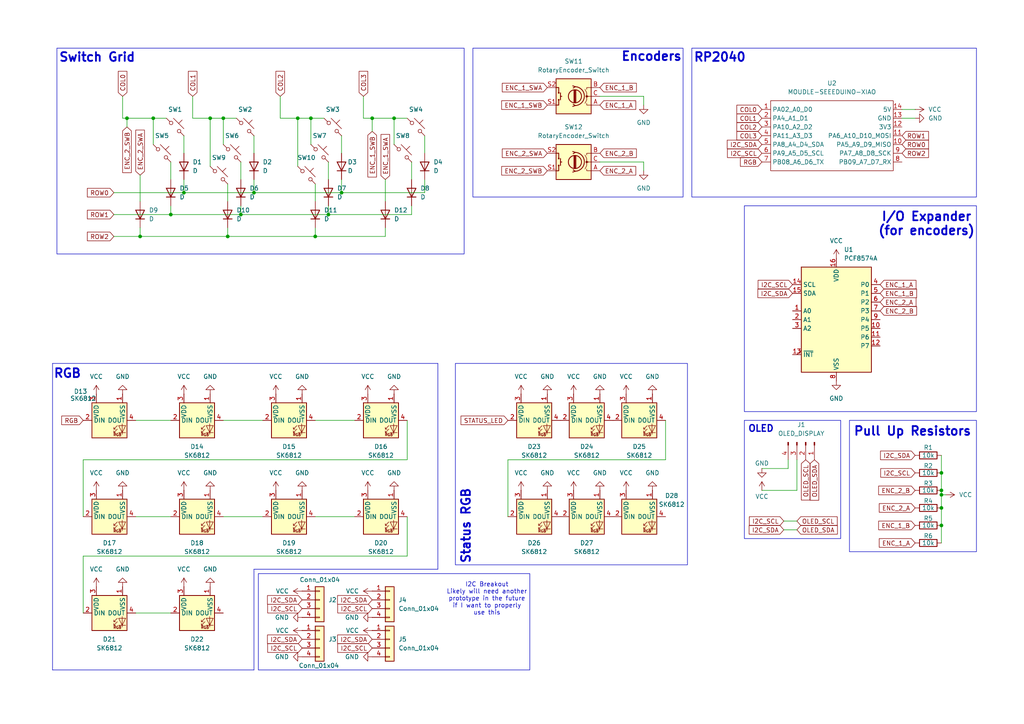
<source format=kicad_sch>
(kicad_sch (version 20231120) (generator "eeschema") (generator_version "8.0")
  (paper "A4")
  (lib_symbols
    (symbol "Connector:Conn_01x04_Pin" (pin_names (offset 1.016) hide)
      (property "Reference" "J" (at 0 5.08 0))
      (property "Value" "Conn_01x04_Pin" (at 0 -7.62 0))
      (symbol "Conn_01x04_Pin_1_1"
        (pin passive line (at 5.08 2.54 180) (length 3.81) (name "Pin_1") (number "1"))
        (pin passive line (at 5.08 0 180) (length 3.81) (name "Pin_2") (number "2"))
        (pin passive line (at 5.08 -2.54 180) (length 3.81) (name "Pin_3") (number "3"))
        (pin passive line (at 5.08 -5.08 180) (length 3.81) (name "Pin_4") (number "4"))
      )
    )
    (symbol "Connector_Generic:Conn_01x04" (pin_names (offset 1.016) hide)
      (property "Reference" "J" (at 0 5.08 0))
      (property "Value" "Conn_01x04" (at 0 -7.62 0))
      (symbol "Conn_01x04_1_1"
        (pin passive line (at -5.08 2.54 0) (length 3.81) (name "Pin_1") (number "1"))
        (pin passive line (at -5.08 0 0) (length 3.81) (name "Pin_2") (number "2"))
        (pin passive line (at -5.08 -2.54 0) (length 3.81) (name "Pin_3") (number "3"))
        (pin passive line (at -5.08 -5.08 0) (length 3.81) (name "Pin_4") (number "4"))
      )
    )
    (symbol "Device:D" (pin_numbers hide) (pin_names (offset 1.016) hide)
      (property "Reference" "D" (at 0 2.54 0))
      (property "Value" "D" (at 0 -2.54 0))
      (symbol "D_1_1"
        (pin passive line (at -3.81 0 0) (length 2.54) (name "K") (number "1"))
        (pin passive line (at 3.81 0 180) (length 2.54) (name "A") (number "2"))
      )
    )
    (symbol "Device:R" (pin_numbers hide) (pin_names (offset 0))
      (property "Reference" "R" (at 2.032 0 90))
      (property "Value" "R" (at 0 0 90))
      (symbol "R_1_1"
        (pin passive line (at 0 3.81 270) (length 1.27) (name "~") (number "1"))
        (pin passive line (at 0 -3.81 90) (length 1.27) (name "~") (number "2"))
      )
    )
    (symbol "Device:RotaryEncoder_Switch" (pin_names (offset 0.254) hide)
      (property "Reference" "SW" (at 0 6.604 0))
      (property "Value" "RotaryEncoder_Switch" (at 0 -6.604 0))
      (symbol "RotaryEncoder_Switch_1_1"
        (pin passive line (at -7.62 2.54 0) (length 2.54) (name "A") (number "A"))
        (pin passive line (at -7.62 -2.54 0) (length 2.54) (name "B") (number "B"))
        (pin passive line (at -7.62 0 0) (length 2.54) (name "C") (number "C"))
        (pin passive line (at 7.62 2.54 180) (length 2.54) (name "S1") (number "S1"))
        (pin passive line (at 7.62 -2.54 180) (length 2.54) (name "S2") (number "S2"))
      )
    )
    (symbol "Interface_Expansion:PCF8574A"
      (property "Reference" "U" (at -8.89 16.51 0))
      (property "Value" "PCF8574A" (at 2.54 16.51 0))
      (symbol "PCF8574A_1_1"
        (pin input line (at -12.7 2.54 0) (length 2.54) (name "A0") (number "1"))
        (pin bidirectional line (at 12.7 -2.54 180) (length 2.54) (name "P5") (number "10"))
        (pin bidirectional line (at 12.7 -5.08 180) (length 2.54) (name "P6") (number "11"))
        (pin bidirectional line (at 12.7 -7.62 180) (length 2.54) (name "P7") (number "12"))
        (pin open_collector output_low (at -12.7 -10.16 0) (length 2.54) (name "~{INT}") (number "13"))
        (pin input line (at -12.7 10.16 0) (length 2.54) (name "SCL") (number "14"))
        (pin bidirectional line (at -12.7 7.62 0) (length 2.54) (name "SDA") (number "15"))
        (pin power_in line (at 0 17.78 270) (length 2.54) (name "VDD") (number "16"))
        (pin input line (at -12.7 0 0) (length 2.54) (name "A1") (number "2"))
        (pin input line (at -12.7 -2.54 0) (length 2.54) (name "A2") (number "3"))
        (pin bidirectional line (at 12.7 10.16 180) (length 2.54) (name "P0") (number "4"))
        (pin bidirectional line (at 12.7 7.62 180) (length 2.54) (name "P1") (number "5"))
        (pin bidirectional line (at 12.7 5.08 180) (length 2.54) (name "P2") (number "6"))
        (pin bidirectional line (at 12.7 2.54 180) (length 2.54) (name "P3") (number "7"))
        (pin power_in line (at 0 -17.78 90) (length 2.54) (name "VSS") (number "8"))
        (pin bidirectional line (at 12.7 0 180) (length 2.54) (name "P4") (number "9"))
      )
    )
    (symbol "SK6812_CUSTOM:SK6812_Custom"
      (property "Reference" "D" (at 6.35 6.35 0))
      (symbol "SK6812_Custom_0_0"
        (text "RGB" (at 2.286 -4.191 0) (effects (font (size 0.762 0.762))))
      )
      (symbol "SK6812_Custom_1_1"
        (pin power_in line (at 3.81 7.62 270) (length 2.54) (name "VSS") (number "1"))
        (pin input line (at -7.62 0 0) (length 2.54) (name "DIN") (number "2"))
        (pin power_in line (at -3.81 7.62 270) (length 2.54) (name "VDD") (number "3"))
        (pin output line (at 7.62 0 180) (length 2.54) (name "DOUT") (number "4"))
      )
    )
    (symbol "Switch:SW_Push_45deg" (pin_numbers hide) (pin_names (offset 1.016) hide)
      (property "Reference" "SW" (at 3.048 1.016 0))
      (property "Value" "SW_Push_45deg" (at 0 -3.81 0))
      (symbol "SW_Push_45deg_0_1"
        (pin passive line (at -2.54 2.54 0) (length 0) (name "1") (number "1"))
        (pin passive line (at 2.54 -2.54 180) (length 0) (name "2") (number "2"))
      )
    )
    (symbol "XIAO_RP2040:MOUDLE-SEEEDUINO-XIAO"
      (property "Reference" "U" (at -16.51 11.43 0))
      (property "Value" "MOUDLE-SEEEDUINO-XIAO" (at -3.81 -11.43 0))
      (symbol "MOUDLE-SEEEDUINO-XIAO_1_1"
        (pin passive line (at -19.05 7.62 0) (length 2.54) (name "PA02_A0_D0") (number "1"))
        (pin passive line (at 21.59 -2.54 180) (length 2.54) (name "PA5_A9_D9_MISO") (number "10"))
        (pin passive line (at 21.59 0 180) (length 2.54) (name "PA6_A10_D10_MOSI") (number "11"))
        (pin passive line (at 21.59 2.54 180) (length 2.54) (name "3V3") (number "12"))
        (pin passive line (at 21.59 5.08 180) (length 2.54) (name "GND") (number "13"))
        (pin passive line (at 21.59 7.62 180) (length 2.54) (name "5V") (number "14"))
        (pin passive line (at -19.05 5.08 0) (length 2.54) (name "PA4_A1_D1") (number "2"))
        (pin passive line (at -19.05 2.54 0) (length 2.54) (name "PA10_A2_D2") (number "3"))
        (pin passive line (at -19.05 0 0) (length 2.54) (name "PA11_A3_D3") (number "4"))
        (pin passive line (at -19.05 -2.54 0) (length 2.54) (name "PA8_A4_D4_SDA") (number "5"))
        (pin passive line (at -19.05 -5.08 0) (length 2.54) (name "PA9_A5_D5_SCL") (number "6"))
        (pin passive line (at -19.05 -7.62 0) (length 2.54) (name "PB08_A6_D6_TX") (number "7"))
        (pin passive line (at 21.59 -7.62 180) (length 2.54) (name "PB09_A7_D7_RX") (number "8"))
        (pin passive line (at 21.59 -5.08 180) (length 2.54) (name "PA7_A8_D8_SCK") (number "9"))
      )
    )
    (symbol "power:GND" (power) (pin_numbers hide) (pin_names (offset 0) hide)
      (property "Value" "GND" (at 0 -3.81 0))
      (symbol "GND_1_1"
        (pin power_in line (at 0 0 270) (length 0) (name "~") (number "1"))
      )
    )
    (symbol "power:VCC" (power) (pin_numbers hide) (pin_names (offset 0) hide)
      (property "Value" "VCC" (at 0 3.556 0))
      (symbol "VCC_1_1"
        (pin power_in line (at 0 0 90) (length 0) (name "~") (number "1"))
      )
    )
  )
  (junction (at 64.77 34.29))
  (junction (at 86.36 34.29))
  (junction (at 114.3 34.29))
  (junction (at 273.05 143.51))
  (junction (at 90.17 34.29))
  (junction (at 69.85 62.23))
  (junction (at 99.06 55.88))
  (junction (at 73.66 55.88))
  (junction (at 273.05 142.24))
  (junction (at 107.95 34.29))
  (junction (at 53.34 55.88))
  (junction (at 273.05 152.4))
  (junction (at 40.64 68.58))
  (junction (at 60.96 34.29))
  (junction (at 36.83 34.29))
  (junction (at 66.04 68.58))
  (junction (at 91.44 68.58))
  (junction (at 95.25 62.23))
  (junction (at 273.05 137.16))
  (junction (at 44.45 34.29))
  (junction (at 273.05 147.32))
  (junction (at 49.53 62.23))
  (wire (pts (xy 91.44 68.58) (xy 111.76 68.58)))
  (wire (pts (xy 90.17 34.29) (xy 93.98 34.29)))
  (wire (pts (xy 73.66 55.88) (xy 99.06 55.88)))
  (wire (pts (xy 273.05 147.32) (xy 273.05 152.4)))
  (wire (pts (xy 53.34 55.88) (xy 73.66 55.88)))
  (wire (pts (xy 44.45 34.29) (xy 44.45 41.91)))
  (wire (pts (xy 69.85 46.99) (xy 69.85 52.07)))
  (wire (pts (xy 39.37 149.86) (xy 49.53 149.86)))
  (wire (pts (xy 53.34 52.07) (xy 53.34 55.88)))
  (wire (pts (xy 186.69 46.99) (xy 186.69 49.53)))
  (wire (pts (xy 64.77 149.86) (xy 76.2 149.86)))
  (wire (pts (xy 107.95 34.29) (xy 105.41 34.29)))
  (wire (pts (xy 49.53 59.69) (xy 49.53 62.23)))
  (wire (pts (xy 69.85 59.69) (xy 69.85 62.23)))
  (wire (pts (xy 173.99 46.99) (xy 186.69 46.99)))
  (wire (pts (xy 111.76 52.07) (xy 111.76 58.42)))
  (wire (pts (xy 261.62 34.29) (xy 265.43 34.29)))
  (wire (pts (xy 231.14 151.13) (xy 227.33 151.13)))
  (wire (pts (xy 66.04 53.34) (xy 66.04 58.42)))
  (wire (pts (xy 273.05 132.08) (xy 273.05 137.16)))
  (wire (pts (xy 111.76 66.04) (xy 111.76 68.58)))
  (wire (pts (xy 273.05 137.16) (xy 273.05 142.24)))
  (wire (pts (xy 220.98 135.89) (xy 228.6 135.89)))
  (wire (pts (xy 119.38 46.99) (xy 119.38 52.07)))
  (wire (pts (xy 228.6 135.89) (xy 228.6 133.35)))
  (polyline (pts (xy 15.24 105.41) (xy 127 105.41)))
  (wire (pts (xy 95.25 46.99) (xy 95.25 52.07)))
  (wire (pts (xy 231.14 153.67) (xy 227.33 153.67)))
  (wire (pts (xy 36.83 34.29) (xy 35.56 34.29)))
  (wire (pts (xy 261.62 31.75) (xy 265.43 31.75)))
  (wire (pts (xy 107.95 34.29) (xy 114.3 34.29)))
  (polyline (pts (xy 15.24 194.31) (xy 73.66 194.31)))
  (wire (pts (xy 40.64 68.58) (xy 40.64 66.04)))
  (wire (pts (xy 147.32 133.35) (xy 147.32 149.86)))
  (wire (pts (xy 95.25 62.23) (xy 119.38 62.23)))
  (wire (pts (xy 64.77 34.29) (xy 60.96 34.29)))
  (polyline (pts (xy 73.66 194.31) (xy 73.66 165.1)))
  (wire (pts (xy 68.58 34.29) (xy 64.77 34.29)))
  (wire (pts (xy 64.77 34.29) (xy 64.77 41.91)))
  (wire (pts (xy 220.98 142.24) (xy 231.14 142.24)))
  (wire (pts (xy 36.83 34.29) (xy 36.83 36.83)))
  (wire (pts (xy 39.37 121.92) (xy 49.53 121.92)))
  (wire (pts (xy 91.44 121.92) (xy 102.87 121.92)))
  (wire (pts (xy 114.3 34.29) (xy 114.3 41.91)))
  (wire (pts (xy 273.05 143.51) (xy 274.32 143.51)))
  (wire (pts (xy 273.05 152.4) (xy 273.05 157.48)))
  (wire (pts (xy 40.64 50.8) (xy 40.64 58.42)))
  (wire (pts (xy 90.17 34.29) (xy 90.17 41.91)))
  (wire (pts (xy 66.04 68.58) (xy 91.44 68.58)))
  (wire (pts (xy 95.25 59.69) (xy 95.25 62.23)))
  (wire (pts (xy 107.95 38.1) (xy 107.95 34.29)))
  (wire (pts (xy 49.53 46.99) (xy 49.53 52.07)))
  (wire (pts (xy 273.05 143.51) (xy 273.05 147.32)))
  (wire (pts (xy 64.77 121.92) (xy 76.2 121.92)))
  (wire (pts (xy 99.06 39.37) (xy 99.06 44.45)))
  (wire (pts (xy 55.88 34.29) (xy 60.96 34.29)))
  (wire (pts (xy 35.56 34.29) (xy 35.56 27.94)))
  (polyline (pts (xy 73.66 165.1) (xy 127 165.1)))
  (wire (pts (xy 24.13 161.29) (xy 24.13 177.8)))
  (wire (pts (xy 53.34 39.37) (xy 53.34 44.45)))
  (wire (pts (xy 73.66 52.07) (xy 73.66 55.88)))
  (wire (pts (xy 123.19 52.07) (xy 123.19 55.88)))
  (wire (pts (xy 81.28 34.29) (xy 86.36 34.29)))
  (wire (pts (xy 186.69 27.94) (xy 186.69 30.48)))
  (wire (pts (xy 105.41 34.29) (xy 105.41 27.94)))
  (wire (pts (xy 99.06 55.88) (xy 123.19 55.88)))
  (wire (pts (xy 36.83 34.29) (xy 44.45 34.29)))
  (wire (pts (xy 69.85 62.23) (xy 95.25 62.23)))
  (wire (pts (xy 39.37 177.8) (xy 49.53 177.8)))
  (wire (pts (xy 119.38 59.69) (xy 119.38 62.23)))
  (wire (pts (xy 24.13 133.35) (xy 24.13 149.86)))
  (wire (pts (xy 33.02 68.58) (xy 40.64 68.58)))
  (wire (pts (xy 273.05 142.24) (xy 273.05 143.51)))
  (wire (pts (xy 118.11 161.29) (xy 24.13 161.29)))
  (wire (pts (xy 114.3 34.29) (xy 118.11 34.29)))
  (wire (pts (xy 53.34 55.88) (xy 33.02 55.88)))
  (wire (pts (xy 118.11 121.92) (xy 118.11 133.35)))
  (wire (pts (xy 91.44 149.86) (xy 102.87 149.86)))
  (wire (pts (xy 123.19 39.37) (xy 123.19 44.45)))
  (wire (pts (xy 193.04 133.35) (xy 147.32 133.35)))
  (wire (pts (xy 99.06 52.07) (xy 99.06 55.88)))
  (wire (pts (xy 60.96 34.29) (xy 60.96 48.26)))
  (polyline (pts (xy 15.24 105.41) (xy 15.24 194.31)))
  (wire (pts (xy 81.28 34.29) (xy 81.28 27.94)))
  (wire (pts (xy 118.11 149.86) (xy 118.11 161.29)))
  (wire (pts (xy 173.99 27.94) (xy 186.69 27.94)))
  (wire (pts (xy 118.11 133.35) (xy 24.13 133.35)))
  (wire (pts (xy 86.36 34.29) (xy 86.36 48.26)))
  (wire (pts (xy 193.04 121.92) (xy 193.04 133.35)))
  (polyline (pts (xy 127 165.1) (xy 127 105.41)))
  (wire (pts (xy 40.64 68.58) (xy 66.04 68.58)))
  (wire (pts (xy 91.44 68.58) (xy 91.44 66.04)))
  (wire (pts (xy 66.04 68.58) (xy 66.04 66.04)))
  (wire (pts (xy 33.02 62.23) (xy 49.53 62.23)))
  (wire (pts (xy 49.53 62.23) (xy 69.85 62.23)))
  (wire (pts (xy 231.14 142.24) (xy 231.14 133.35)))
  (wire (pts (xy 73.66 39.37) (xy 73.66 44.45)))
  (wire (pts (xy 86.36 34.29) (xy 90.17 34.29)))
  (wire (pts (xy 91.44 53.34) (xy 91.44 58.42)))
  (wire (pts (xy 55.88 34.29) (xy 55.88 27.94)))
  (wire (pts (xy 44.45 34.29) (xy 48.26 34.29)))
  (rectangle (start 215.9 121.92) (end 243.84 156.21))
  (rectangle (start 132.08 105.41) (end 199.39 163.83))
  (rectangle (start 215.9 59.69) (end 283.21 119.38))
  (rectangle (start 16.51 13.97) (end 134.62 73.66))
  (rectangle (start 137.16 13.97) (end 198.12 57.15))
  (rectangle (start 200.66 13.97) (end 283.21 57.15))
  (rectangle (start 246.38 121.92) (end 283.21 160.02))
  (rectangle (start 74.93 166.37) (end 153.67 194.31))
  (text "RGB" (at 19.558 108.458 0) (effects (font (size 2.54 2.54) (thickness 0.508) (bold yes))))
  (text "Switch Grid" (at 28.194 16.764 0) (effects (font (size 2.54 2.54) (thickness 0.508) (bold yes))))
  (text "RP2040" (at 208.788 16.764 0) (effects (font (size 2.54 2.54) (thickness 0.508) (bold yes))))
  (text "OLED" (at 220.726 124.46 0) (effects (font (size 1.905 1.905) (thickness 0.381) (bold yes))))
  (text "I2C Breakout\nLikely will need another\nprototype in the future\nif I want to properly\nuse this" (at 141.224 173.736 0) (effects (font (size 1.27 1.27))))
  (text "Encoders" (at 188.976 16.51 0) (effects (font (size 2.54 2.54) (thickness 0.508) (bold yes))))
  (text "Status RGB" (at 135.128 152.654 90) (effects (font (size 2.54 2.54) (thickness 0.508) (bold yes))))
  (text "I/O Expander\n(for encoders)" (at 268.732 65.024 0) (effects (font (size 2.54 2.54) (thickness 0.508) (bold yes))))
  (text "Pull Up Resistors" (at 264.668 125.222 0) (effects (font (size 2.54 2.54) (thickness 0.508) (bold yes))))
  (global_label "ROW0" (shape input) (at 261.62 41.91 0) (property "Intersheetrefs" "${INTERSHEET_REFS}" (effects (hide yes))))
  (global_label "ENC_1_A" (shape input) (at 255.27 82.55 0) (property "Intersheetrefs" "${INTERSHEET_REFS}" (effects (hide yes))))
  (global_label "ROW2" (shape input) (at 33.02 68.58 180) (property "Intersheetrefs" "${INTERSHEET_REFS}" (effects (hide yes))))
  (global_label "RGB" (shape input) (at 24.13 121.92 180) (property "Intersheetrefs" "${INTERSHEET_REFS}" (effects (hide yes))))
  (global_label "COL2" (shape input) (at 220.98 36.83 180) (property "Intersheetrefs" "${INTERSHEET_REFS}" (effects (hide yes))))
  (global_label "ENC_1_SWA" (shape input) (at 158.75 25.4 180) (property "Intersheetrefs" "${INTERSHEET_REFS}" (effects (hide yes))))
  (global_label "I2C_SCL" (shape input) (at 265.43 137.16 180) (property "Intersheetrefs" "${INTERSHEET_REFS}" (effects (hide yes))))
  (global_label "ENC_2_SWB" (shape input) (at 158.75 49.53 180) (property "Intersheetrefs" "${INTERSHEET_REFS}" (effects (hide yes))))
  (global_label "OLED_SCL" (shape input) (at 233.68 133.35 270) (property "Intersheetrefs" "${INTERSHEET_REFS}" (effects (hide yes))))
  (global_label "OLED_SCL" (shape input) (at 231.14 151.13 0) (property "Intersheetrefs" "${INTERSHEET_REFS}" (effects (hide yes))))
  (global_label "I2C_SCL" (shape input) (at 229.87 82.55 180) (property "Intersheetrefs" "${INTERSHEET_REFS}" (effects (hide yes))))
  (global_label "ENC_1_SWA" (shape input) (at 111.76 52.07 90) (property "Intersheetrefs" "${INTERSHEET_REFS}" (effects (hide yes))))
  (global_label "RGB" (shape input) (at 220.98 46.99 180) (property "Intersheetrefs" "${INTERSHEET_REFS}" (effects (hide yes))))
  (global_label "I2C_SCL" (shape input) (at 220.98 44.45 180) (property "Intersheetrefs" "${INTERSHEET_REFS}" (effects (hide yes))))
  (global_label "ENC_1_B" (shape input) (at 255.27 85.09 0) (property "Intersheetrefs" "${INTERSHEET_REFS}" (effects (hide yes))))
  (global_label "ENC_2_B" (shape input) (at 255.27 90.17 0) (property "Intersheetrefs" "${INTERSHEET_REFS}" (effects (hide yes))))
  (global_label "ENC_2_B" (shape input) (at 173.99 44.45 0) (property "Intersheetrefs" "${INTERSHEET_REFS}" (effects (hide yes))))
  (global_label "I2C_SCL" (shape input) (at 87.63 187.96 180) (property "Intersheetrefs" "${INTERSHEET_REFS}" (effects (hide yes))))
  (global_label "ENC_2_B" (shape input) (at 265.43 142.24 180) (property "Intersheetrefs" "${INTERSHEET_REFS}" (effects (hide yes))))
  (global_label "I2C_SDA" (shape input) (at 265.43 132.08 180) (property "Intersheetrefs" "${INTERSHEET_REFS}" (effects (hide yes))))
  (global_label "OLED_SDA" (shape input) (at 236.22 133.35 270) (property "Intersheetrefs" "${INTERSHEET_REFS}" (effects (hide yes))))
  (global_label "I2C_SDA" (shape input) (at 229.87 85.09 180) (property "Intersheetrefs" "${INTERSHEET_REFS}" (effects (hide yes))))
  (global_label "ENC_2_A" (shape input) (at 173.99 49.53 0) (property "Intersheetrefs" "${INTERSHEET_REFS}" (effects (hide yes))))
  (global_label "ENC_2_A" (shape input) (at 255.27 87.63 0) (property "Intersheetrefs" "${INTERSHEET_REFS}" (effects (hide yes))))
  (global_label "COL3" (shape input) (at 105.41 27.94 90) (property "Intersheetrefs" "${INTERSHEET_REFS}" (effects (hide yes))))
  (global_label "ENC_1_SWB" (shape input) (at 107.95 38.1 270) (property "Intersheetrefs" "${INTERSHEET_REFS}" (effects (hide yes))))
  (global_label "COL0" (shape input) (at 220.98 31.75 180) (property "Intersheetrefs" "${INTERSHEET_REFS}" (effects (hide yes))))
  (global_label "ENC_2_A" (shape input) (at 265.43 147.32 180) (property "Intersheetrefs" "${INTERSHEET_REFS}" (effects (hide yes))))
  (global_label "I2C_SDA" (shape input) (at 107.95 173.99 180) (property "Intersheetrefs" "${INTERSHEET_REFS}" (effects (hide yes))))
  (global_label "I2C_SDA" (shape input) (at 87.63 185.42 180) (property "Intersheetrefs" "${INTERSHEET_REFS}" (effects (hide yes))))
  (global_label "COL1" (shape input) (at 220.98 34.29 180) (property "Intersheetrefs" "${INTERSHEET_REFS}" (effects (hide yes))))
  (global_label "I2C_SCL" (shape input) (at 87.63 176.53 180) (property "Intersheetrefs" "${INTERSHEET_REFS}" (effects (hide yes))))
  (global_label "I2C_SDA" (shape input) (at 220.98 41.91 180) (property "Intersheetrefs" "${INTERSHEET_REFS}" (effects (hide yes))))
  (global_label "COL1" (shape input) (at 55.88 27.94 90) (property "Intersheetrefs" "${INTERSHEET_REFS}" (effects (hide yes))))
  (global_label "ENC_1_SWB" (shape input) (at 158.75 30.48 180) (property "Intersheetrefs" "${INTERSHEET_REFS}" (effects (hide yes))))
  (global_label "ROW1" (shape input) (at 261.62 39.37 0) (property "Intersheetrefs" "${INTERSHEET_REFS}" (effects (hide yes))))
  (global_label "ENC_1_B" (shape input) (at 265.43 152.4 180) (property "Intersheetrefs" "${INTERSHEET_REFS}" (effects (hide yes))))
  (global_label "I2C_SDA" (shape input) (at 227.33 153.67 180) (property "Intersheetrefs" "${INTERSHEET_REFS}" (effects (hide yes))))
  (global_label "I2C_SDA" (shape input) (at 107.95 185.42 180) (property "Intersheetrefs" "${INTERSHEET_REFS}" (effects (hide yes))))
  (global_label "ENC_1_A" (shape input) (at 265.43 157.48 180) (property "Intersheetrefs" "${INTERSHEET_REFS}" (effects (hide yes))))
  (global_label "ROW0" (shape input) (at 33.02 55.88 180) (property "Intersheetrefs" "${INTERSHEET_REFS}" (effects (hide yes))))
  (global_label "ROW2" (shape input) (at 261.62 44.45 0) (property "Intersheetrefs" "${INTERSHEET_REFS}" (effects (hide yes))))
  (global_label "I2C_SCL" (shape input) (at 107.95 187.96 180) (property "Intersheetrefs" "${INTERSHEET_REFS}" (effects (hide yes))))
  (global_label "ENC_1_A" (shape input) (at 173.99 30.48 0) (property "Intersheetrefs" "${INTERSHEET_REFS}" (effects (hide yes))))
  (global_label "ROW1" (shape input) (at 33.02 62.23 180) (property "Intersheetrefs" "${INTERSHEET_REFS}" (effects (hide yes))))
  (global_label "ENC_2_SWB" (shape input) (at 36.83 36.83 270) (property "Intersheetrefs" "${INTERSHEET_REFS}" (effects (hide yes))))
  (global_label "I2C_SDA" (shape input) (at 87.63 173.99 180) (property "Intersheetrefs" "${INTERSHEET_REFS}" (effects (hide yes))))
  (global_label "COL0" (shape input) (at 35.56 27.94 90) (property "Intersheetrefs" "${INTERSHEET_REFS}" (effects (hide yes))))
  (global_label "COL2" (shape input) (at 81.28 27.94 90) (property "Intersheetrefs" "${INTERSHEET_REFS}" (effects (hide yes))))
  (global_label "I2C_SCL" (shape input) (at 107.95 176.53 180) (property "Intersheetrefs" "${INTERSHEET_REFS}" (effects (hide yes))))
  (global_label "COL3" (shape input) (at 220.98 39.37 180) (property "Intersheetrefs" "${INTERSHEET_REFS}" (effects (hide yes))))
  (global_label "I2C_SCL" (shape input) (at 227.33 151.13 180) (property "Intersheetrefs" "${INTERSHEET_REFS}" (effects (hide yes))))
  (global_label "ENC_2_SWA" (shape input) (at 158.75 44.45 180) (property "Intersheetrefs" "${INTERSHEET_REFS}" (effects (hide yes))))
  (global_label "ENC_2_SWA" (shape input) (at 40.64 50.8 90) (property "Intersheetrefs" "${INTERSHEET_REFS}" (effects (hide yes))))
  (global_label "OLED_SDA" (shape input) (at 231.14 153.67 0) (property "Intersheetrefs" "${INTERSHEET_REFS}" (effects (hide yes))))
  (global_label "ENC_1_B" (shape input) (at 173.99 25.4 0) (property "Intersheetrefs" "${INTERSHEET_REFS}" (effects (hide yes))))
  (global_label "STATUS_LED" (shape input) (at 147.32 121.92 180) (property "Intersheetrefs" "${INTERSHEET_REFS}" (effects (hide yes))))
  (symbol (lib_id "power:GND") (at 60.96 114.3 180) (unit 1)
    (property "Reference" "#PWR013" (effects (hide yes)))
    (property "Value" "GND" (at 60.96 109.22 0))
    (property "Description" "Power symbol creates a global label with name \"GND\" , ground" (effects (hide yes)))
  )
  (symbol (lib_id "SK6812_CUSTOM:SK6812_Custom") (at 185.42 149.86 0) (unit 1)
    (property "Reference" "D28" (at 194.818 143.764 0))
    (property "Value" "SK6812" (at 194.818 146.304 0))
    (property "Footprint" "LED_SMD:LED_SK6812_PLCC4_5.0x5.0mm_P3.2mm" (effects (hide yes)))
    (property "Datasheet" "https://cdn-shop.adafruit.com/product-files/1138/SK6812+LED+datasheet+.pdf" (effects (hide yes)))
    (property "Description" "RGB LED with integrated controller" (effects (hide yes)))
  )
  (symbol (lib_id "SK6812_CUSTOM:SK6812_Custom") (at 57.15 121.92 0) (unit 1)
    (property "Reference" "D14" (at 57.15 129.54 0))
    (property "Value" "SK6812" (at 57.15 132.08 0))
    (property "Footprint" "Components:SK6812MINI-E" (effects (hide yes)))
    (property "Datasheet" "https://cdn-shop.adafruit.com/product-files/1138/SK6812+LED+datasheet+.pdf" (effects (hide yes)))
    (property "Description" "RGB LED with integrated controller" (effects (hide yes)))
  )
  (symbol (lib_id "power:VCC") (at 274.32 143.51 270) (unit 1)
    (property "Reference" "#PWR09" (effects (hide yes)))
    (property "Value" "VCC" (at 278.13 143.5099 90) (effects (justify left)))
    (property "Description" "Power symbol creates a global label with name \"VCC\"" (effects (hide yes)))
  )
  (symbol (lib_id "Device:D") (at 119.38 55.88 90) (unit 1)
    (property "Reference" "D8" (at 121.92 54.6099 90) (effects (justify right)))
    (property "Value" "D" (at 121.92 57.1499 90) (effects (justify right)))
    (property "Footprint" "Diode_SMD:D_1206_3216Metric" (effects (hide yes)))
    (property "Description" "Diode" (effects (hide yes)))
    (property "Sim.Device" "D" (effects (hide yes)))
    (property "Sim.Pins" "1=K 2=A" (effects (hide yes)))
  )
  (symbol (lib_id "Connector_Generic:Conn_01x04") (at 92.71 185.42 0) (unit 1)
    (property "Reference" "J3" (at 95.25 185.4199 0) (effects (justify left)))
    (property "Value" "Conn_01x04" (at 86.614 193.04 0) (effects (justify left)))
    (property "Footprint" "Components:4pin" (effects (hide yes)))
    (property "Description" "Generic connector, single row, 01x04, script generated (kicad-library-utils/schlib/autogen/connector/)" (effects (hide yes)))
  )
  (symbol (lib_id "Switch:SW_Push_45deg") (at 67.31 44.45 0) (unit 1)
    (property "Reference" "SW6" (at 67.31 39.37 0))
    (property "Value" "SW_Push_45deg" (effects (hide yes)))
    (property "Footprint" "Components:MX-Solderable-1U" (effects (hide yes)))
    (property "Description" "Push button switch, normally open, two pins, 45° tilted" (effects (hide yes)))
  )
  (symbol (lib_id "Switch:SW_Push_45deg") (at 92.71 44.45 0) (unit 1)
    (property "Reference" "SW7" (at 92.71 39.37 0))
    (property "Value" "SW_Push_45deg" (effects (hide yes)))
    (property "Footprint" "Components:MX-Solderable-1U" (effects (hide yes)))
    (property "Description" "Push button switch, normally open, two pins, 45° tilted" (effects (hide yes)))
  )
  (symbol (lib_id "Device:D") (at 66.04 62.23 90) (unit 1)
    (property "Reference" "D10" (at 68.58 60.9599 90) (effects (justify right)))
    (property "Value" "D" (at 68.58 63.4999 90) (effects (justify right)))
    (property "Footprint" "Diode_SMD:D_1206_3216Metric" (effects (hide yes)))
    (property "Description" "Diode" (effects (hide yes)))
    (property "Sim.Device" "D" (effects (hide yes)))
    (property "Sim.Pins" "1=K 2=A" (effects (hide yes)))
  )
  (symbol (lib_id "XIAO_RP2040:MOUDLE-SEEEDUINO-XIAO") (at 240.03 39.37 0) (unit 1)
    (property "Reference" "U2" (at 241.3 24.13 0))
    (property "Value" "MOUDLE-SEEEDUINO-XIAO" (at 241.3 26.67 0))
    (property "Footprint" "Components:XIAO-Generic-Hybrid-14P-2.54-21X17.8MM" (effects (hide yes)))
  )
  (symbol (lib_id "power:GND") (at 107.95 190.5 270) (unit 1)
    (property "Reference" "#PWR037" (effects (hide yes)))
    (property "Value" "GND" (at 104.14 190.4999 90) (effects (justify right)))
    (property "Description" "Power symbol creates a global label with name \"GND\" , ground" (effects (hide yes)))
  )
  (symbol (lib_id "power:VCC") (at 87.63 182.88 90) (unit 1)
    (property "Reference" "#PWR032" (effects (hide yes)))
    (property "Value" "VCC" (at 83.82 182.8799 90) (effects (justify left)))
    (property "Description" "Power symbol creates a global label with name \"VCC\"" (effects (hide yes)))
  )
  (symbol (lib_id "power:GND") (at 158.75 114.3 180) (unit 1)
    (property "Reference" "#PWR039" (effects (hide yes)))
    (property "Value" "GND" (at 158.75 109.22 0))
    (property "Description" "Power symbol creates a global label with name \"GND\" , ground" (effects (hide yes)))
  )
  (symbol (lib_id "power:GND") (at 87.63 142.24 180) (unit 1)
    (property "Reference" "#PWR023" (effects (hide yes)))
    (property "Value" "GND" (at 87.63 137.16 0))
    (property "Description" "Power symbol creates a global label with name \"GND\" , ground" (effects (hide yes)))
  )
  (symbol (lib_id "power:GND") (at 242.57 110.49 0) (unit 1)
    (property "Reference" "#PWR08" (effects (hide yes)))
    (property "Value" "GND" (at 242.57 115.57 0))
    (property "Description" "Power symbol creates a global label with name \"GND\" , ground" (effects (hide yes)))
  )
  (symbol (lib_id "power:GND") (at 158.75 142.24 180) (unit 1)
    (property "Reference" "#PWR045" (effects (hide yes)))
    (property "Value" "GND" (at 158.75 137.16 0))
    (property "Description" "Power symbol creates a global label with name \"GND\" , ground" (effects (hide yes)))
  )
  (symbol (lib_id "power:GND") (at 35.56 142.24 180) (unit 1)
    (property "Reference" "#PWR019" (effects (hide yes)))
    (property "Value" "GND" (at 35.56 137.16 0))
    (property "Description" "Power symbol creates a global label with name \"GND\" , ground" (effects (hide yes)))
  )
  (symbol (lib_id "power:GND") (at 186.69 30.48 0) (unit 1)
    (property "Reference" "#PWR02" (effects (hide yes)))
    (property "Value" "GND" (at 186.69 35.56 0))
    (property "Description" "Power symbol creates a global label with name \"GND\" , ground" (effects (hide yes)))
  )
  (symbol (lib_id "power:GND") (at 186.69 49.53 0) (unit 1)
    (property "Reference" "#PWR03" (effects (hide yes)))
    (property "Value" "GND" (at 186.69 54.61 0))
    (property "Description" "Power symbol creates a global label with name \"GND\" , ground" (effects (hide yes)))
  )
  (symbol (lib_id "power:VCC") (at 53.34 170.18 0) (unit 1)
    (property "Reference" "#PWR028" (effects (hide yes)))
    (property "Value" "VCC" (at 53.34 165.1 0))
    (property "Description" "Power symbol creates a global label with name \"VCC\"" (effects (hide yes)))
  )
  (symbol (lib_id "power:VCC") (at 265.43 31.75 270) (unit 1)
    (property "Reference" "#PWR06" (effects (hide yes)))
    (property "Value" "VCC" (at 269.24 31.7499 90) (effects (justify left)))
    (property "Description" "Power symbol creates a global label with name \"VCC\"" (effects (hide yes)))
  )
  (symbol (lib_id "power:GND") (at 173.99 142.24 180) (unit 1)
    (property "Reference" "#PWR047" (effects (hide yes)))
    (property "Value" "GND" (at 173.99 137.16 0))
    (property "Description" "Power symbol creates a global label with name \"GND\" , ground" (effects (hide yes)))
  )
  (symbol (lib_id "power:VCC") (at 80.01 142.24 0) (unit 1)
    (property "Reference" "#PWR022" (effects (hide yes)))
    (property "Value" "VCC" (at 80.01 137.16 0))
    (property "Description" "Power symbol creates a global label with name \"VCC\"" (effects (hide yes)))
  )
  (symbol (lib_id "Connector_Generic:Conn_01x04") (at 92.71 173.99 0) (unit 1)
    (property "Reference" "J2" (at 95.25 173.9899 0) (effects (justify left)))
    (property "Value" "Conn_01x04" (at 86.868 168.148 0) (effects (justify left)))
    (property "Footprint" "Components:4pin" (effects (hide yes)))
    (property "Description" "Generic connector, single row, 01x04, script generated (kicad-library-utils/schlib/autogen/connector/)" (effects (hide yes)))
  )
  (symbol (lib_id "SK6812_CUSTOM:SK6812_Custom") (at 57.15 149.86 0) (unit 1)
    (property "Reference" "D18" (at 57.15 157.48 0))
    (property "Value" "SK6812" (at 57.15 160.02 0))
    (property "Footprint" "Components:SK6812MINI-E" (effects (hide yes)))
    (property "Datasheet" "https://cdn-shop.adafruit.com/product-files/1138/SK6812+LED+datasheet+.pdf" (effects (hide yes)))
    (property "Description" "RGB LED with integrated controller" (effects (hide yes)))
  )
  (symbol (lib_id "power:VCC") (at 27.94 170.18 0) (unit 1)
    (property "Reference" "#PWR026" (effects (hide yes)))
    (property "Value" "VCC" (at 27.94 165.1 0))
    (property "Description" "Power symbol creates a global label with name \"VCC\"" (effects (hide yes)))
  )
  (symbol (lib_id "Device:D") (at 69.85 55.88 90) (unit 1)
    (property "Reference" "D6" (at 72.39 54.6099 90) (effects (justify right)))
    (property "Value" "D" (at 72.39 57.1499 90) (effects (justify right)))
    (property "Footprint" "Diode_SMD:D_1206_3216Metric" (effects (hide yes)))
    (property "Description" "Diode" (effects (hide yes)))
    (property "Sim.Device" "D" (effects (hide yes)))
    (property "Sim.Pins" "1=K 2=A" (effects (hide yes)))
  )
  (symbol (lib_id "power:VCC") (at 53.34 142.24 0) (unit 1)
    (property "Reference" "#PWR020" (effects (hide yes)))
    (property "Value" "VCC" (at 53.34 137.16 0))
    (property "Description" "Power symbol creates a global label with name \"VCC\"" (effects (hide yes)))
  )
  (symbol (lib_id "power:VCC") (at 80.01 114.3 0) (unit 1)
    (property "Reference" "#PWR014" (effects (hide yes)))
    (property "Value" "VCC" (at 80.01 109.22 0))
    (property "Description" "Power symbol creates a global label with name \"VCC\"" (effects (hide yes)))
  )
  (symbol (lib_id "SK6812_CUSTOM:SK6812_Custom") (at 31.75 177.8 0) (unit 1)
    (property "Reference" "D21" (at 31.75 185.42 0))
    (property "Value" "SK6812" (at 31.75 187.96 0))
    (property "Footprint" "Components:SK6812MINI-E" (effects (hide yes)))
    (property "Datasheet" "https://cdn-shop.adafruit.com/product-files/1138/SK6812+LED+datasheet+.pdf" (effects (hide yes)))
    (property "Description" "RGB LED with integrated controller" (effects (hide yes)))
  )
  (symbol (lib_id "Device:R") (at 269.24 137.16 90) (unit 1)
    (property "Reference" "R2" (at 269.24 135.128 90))
    (property "Value" "10k" (at 269.24 137.16 90))
    (property "Footprint" "Resistor_SMD:R_1206_3216Metric" (effects (hide yes)))
    (property "Description" "Resistor" (effects (hide yes)))
  )
  (symbol (lib_id "power:GND") (at 35.56 170.18 180) (unit 1)
    (property "Reference" "#PWR027" (effects (hide yes)))
    (property "Value" "GND" (at 35.56 165.1 0))
    (property "Description" "Power symbol creates a global label with name \"GND\" , ground" (effects (hide yes)))
  )
  (symbol (lib_id "power:GND") (at 114.3 142.24 180) (unit 1)
    (property "Reference" "#PWR025" (effects (hide yes)))
    (property "Value" "GND" (at 114.3 137.16 0))
    (property "Description" "Power symbol creates a global label with name \"GND\" , ground" (effects (hide yes)))
  )
  (symbol (lib_id "Switch:SW_Push_45deg") (at 120.65 36.83 0) (unit 1)
    (property "Reference" "SW4" (at 120.65 31.75 0))
    (property "Value" "SW_Push_45deg" (effects (hide yes)))
    (property "Footprint" "Components:MX-Solderable-1U" (effects (hide yes)))
    (property "Description" "Push button switch, normally open, two pins, 45° tilted" (effects (hide yes)))
  )
  (symbol (lib_id "SK6812_CUSTOM:SK6812_Custom") (at 170.18 149.86 0) (unit 1)
    (property "Reference" "D27" (at 170.18 157.48 0))
    (property "Value" "SK6812" (at 170.18 160.02 0))
    (property "Footprint" "LED_SMD:LED_SK6812_PLCC4_5.0x5.0mm_P3.2mm" (effects (hide yes)))
    (property "Datasheet" "https://cdn-shop.adafruit.com/product-files/1138/SK6812+LED+datasheet+.pdf" (effects (hide yes)))
    (property "Description" "RGB LED with integrated controller" (effects (hide yes)))
  )
  (symbol (lib_id "Switch:SW_Push_45deg") (at 96.52 36.83 0) (unit 1)
    (property "Reference" "SW3" (at 96.52 31.75 0))
    (property "Value" "SW_Push_45deg" (effects (hide yes)))
    (property "Footprint" "Components:MX-Solderable-1U" (effects (hide yes)))
    (property "Description" "Push button switch, normally open, two pins, 45° tilted" (effects (hide yes)))
  )
  (symbol (lib_id "Device:D") (at 91.44 62.23 90) (unit 1)
    (property "Reference" "D11" (at 93.98 60.9599 90) (effects (justify right)))
    (property "Value" "D" (at 93.98 63.4999 90) (effects (justify right)))
    (property "Footprint" "Diode_SMD:D_1206_3216Metric" (effects (hide yes)))
    (property "Description" "Diode" (effects (hide yes)))
    (property "Sim.Device" "D" (effects (hide yes)))
    (property "Sim.Pins" "1=K 2=A" (effects (hide yes)))
  )
  (symbol (lib_id "power:GND") (at 173.99 114.3 180) (unit 1)
    (property "Reference" "#PWR041" (effects (hide yes)))
    (property "Value" "GND" (at 173.99 109.22 0))
    (property "Description" "Power symbol creates a global label with name \"GND\" , ground" (effects (hide yes)))
  )
  (symbol (lib_id "power:VCC") (at 107.95 182.88 90) (unit 1)
    (property "Reference" "#PWR036" (effects (hide yes)))
    (property "Value" "VCC" (at 104.14 182.8799 90) (effects (justify left)))
    (property "Description" "Power symbol creates a global label with name \"VCC\"" (effects (hide yes)))
  )
  (symbol (lib_id "Device:RotaryEncoder_Switch") (at 166.37 27.94 180) (unit 1)
    (property "Reference" "SW11" (at 166.37 17.78 0))
    (property "Value" "RotaryEncoder_Switch" (at 166.37 20.32 0))
    (property "Footprint" "Components:encoder" (effects (hide yes)))
    (property "Description" "Rotary encoder, dual channel, incremental quadrate outputs, with switch" (effects (hide yes)))
  )
  (symbol (lib_id "SK6812_CUSTOM:SK6812_Custom") (at 57.15 177.8 0) (unit 1)
    (property "Reference" "D22" (at 57.15 185.42 0))
    (property "Value" "SK6812" (at 57.15 187.96 0))
    (property "Footprint" "Components:SK6812MINI-E" (effects (hide yes)))
    (property "Datasheet" "https://cdn-shop.adafruit.com/product-files/1138/SK6812+LED+datasheet+.pdf" (effects (hide yes)))
    (property "Description" "RGB LED with integrated controller" (effects (hide yes)))
  )
  (symbol (lib_id "Device:R") (at 269.24 152.4 90) (unit 1)
    (property "Reference" "R5" (at 269.24 150.368 90))
    (property "Value" "10k" (at 269.24 152.4 90))
    (property "Footprint" "Resistor_SMD:R_1206_3216Metric" (effects (hide yes)))
    (property "Description" "Resistor" (effects (hide yes)))
  )
  (symbol (lib_id "power:GND") (at 107.95 179.07 270) (unit 1)
    (property "Reference" "#PWR035" (effects (hide yes)))
    (property "Value" "GND" (at 104.14 179.0699 90) (effects (justify right)))
    (property "Description" "Power symbol creates a global label with name \"GND\" , ground" (effects (hide yes)))
  )
  (symbol (lib_id "Device:D") (at 53.34 48.26 90) (unit 1)
    (property "Reference" "D1" (at 55.88 46.9899 90) (effects (justify right)))
    (property "Value" "D" (at 55.88 49.5299 90) (effects (justify right)))
    (property "Footprint" "Diode_SMD:D_1206_3216Metric" (effects (hide yes)))
    (property "Description" "Diode" (effects (hide yes)))
    (property "Sim.Device" "D" (effects (hide yes)))
    (property "Sim.Pins" "1=K 2=A" (effects (hide yes)))
  )
  (symbol (lib_id "power:GND") (at 87.63 179.07 270) (unit 1)
    (property "Reference" "#PWR031" (effects (hide yes)))
    (property "Value" "GND" (at 83.82 179.0699 90) (effects (justify right)))
    (property "Description" "Power symbol creates a global label with name \"GND\" , ground" (effects (hide yes)))
  )
  (symbol (lib_id "power:VCC") (at 220.98 142.24 0) (unit 1)
    (property "Reference" "#PWR05" (effects (hide yes)))
    (property "Value" "VCC" (at 220.98 144.018 0))
    (property "Description" "Power symbol creates a global label with name \"VCC\"" (effects (hide yes)))
  )
  (symbol (lib_id "Switch:SW_Push_45deg") (at 71.12 36.83 0) (unit 1)
    (property "Reference" "SW2" (at 71.12 31.75 0))
    (property "Value" "SW_Push_45deg" (effects (hide yes)))
    (property "Footprint" "Components:MX-Solderable-1U" (effects (hide yes)))
    (property "Description" "Push button switch, normally open, two pins, 45° tilted" (effects (hide yes)))
  )
  (symbol (lib_id "SK6812_CUSTOM:SK6812_Custom") (at 83.82 149.86 0) (unit 1)
    (property "Reference" "D19" (at 83.82 157.48 0))
    (property "Value" "SK6812" (at 83.82 160.02 0))
    (property "Footprint" "Components:SK6812MINI-E" (effects (hide yes)))
    (property "Datasheet" "https://cdn-shop.adafruit.com/product-files/1138/SK6812+LED+datasheet+.pdf" (effects (hide yes)))
    (property "Description" "RGB LED with integrated controller" (effects (hide yes)))
  )
  (symbol (lib_id "power:VCC") (at 151.13 142.24 0) (unit 1)
    (property "Reference" "#PWR044" (effects (hide yes)))
    (property "Value" "VCC" (at 151.13 137.16 0))
    (property "Description" "Power symbol creates a global label with name \"VCC\"" (effects (hide yes)))
  )
  (symbol (lib_id "Device:D") (at 73.66 48.26 90) (unit 1)
    (property "Reference" "D2" (at 76.2 46.9899 90) (effects (justify right)))
    (property "Value" "D" (at 76.2 49.5299 90) (effects (justify right)))
    (property "Footprint" "Diode_SMD:D_1206_3216Metric" (effects (hide yes)))
    (property "Description" "Diode" (effects (hide yes)))
    (property "Sim.Device" "D" (effects (hide yes)))
    (property "Sim.Pins" "1=K 2=A" (effects (hide yes)))
  )
  (symbol (lib_id "power:VCC") (at 242.57 74.93 0) (unit 1)
    (property "Reference" "#PWR07" (effects (hide yes)))
    (property "Value" "VCC" (at 242.57 69.85 0))
    (property "Description" "Power symbol creates a global label with name \"VCC\"" (effects (hide yes)))
  )
  (symbol (lib_id "power:VCC") (at 151.13 114.3 0) (unit 1)
    (property "Reference" "#PWR038" (effects (hide yes)))
    (property "Value" "VCC" (at 151.13 109.22 0))
    (property "Description" "Power symbol creates a global label with name \"VCC\"" (effects (hide yes)))
  )
  (symbol (lib_id "power:GND") (at 60.96 170.18 180) (unit 1)
    (property "Reference" "#PWR029" (effects (hide yes)))
    (property "Value" "GND" (at 60.96 165.1 0))
    (property "Description" "Power symbol creates a global label with name \"GND\" , ground" (effects (hide yes)))
  )
  (symbol (lib_id "Device:RotaryEncoder_Switch") (at 166.37 46.99 180) (unit 1)
    (property "Reference" "SW12" (at 166.37 36.83 0))
    (property "Value" "RotaryEncoder_Switch" (at 166.37 39.37 0))
    (property "Footprint" "Components:encoder" (effects (hide yes)))
    (property "Description" "Rotary encoder, dual channel, incremental quadrate outputs, with switch" (effects (hide yes)))
  )
  (symbol (lib_id "power:GND") (at 265.43 34.29 90) (unit 1)
    (property "Reference" "#PWR01" (effects (hide yes)))
    (property "Value" "GND" (at 269.24 34.2899 90) (effects (justify right)))
    (property "Description" "Power symbol creates a global label with name \"GND\" , ground" (effects (hide yes)))
  )
  (symbol (lib_id "power:VCC") (at 107.95 171.45 90) (unit 1)
    (property "Reference" "#PWR034" (effects (hide yes)))
    (property "Value" "VCC" (at 104.14 171.4499 90) (effects (justify left)))
    (property "Description" "Power symbol creates a global label with name \"VCC\"" (effects (hide yes)))
  )
  (symbol (lib_id "SK6812_CUSTOM:SK6812_Custom") (at 154.94 149.86 0) (unit 1)
    (property "Reference" "D26" (at 154.94 157.48 0))
    (property "Value" "SK6812" (at 154.94 160.02 0))
    (property "Footprint" "LED_SMD:LED_SK6812_PLCC4_5.0x5.0mm_P3.2mm" (effects (hide yes)))
    (property "Datasheet" "https://cdn-shop.adafruit.com/product-files/1138/SK6812+LED+datasheet+.pdf" (effects (hide yes)))
    (property "Description" "RGB LED with integrated controller" (effects (hide yes)))
  )
  (symbol (lib_id "Device:R") (at 269.24 142.24 90) (unit 1)
    (property "Reference" "R3" (at 269.24 140.208 90))
    (property "Value" "10k" (at 269.24 142.24 90))
    (property "Footprint" "Resistor_SMD:R_1206_3216Metric" (effects (hide yes)))
    (property "Description" "Resistor" (effects (hide yes)))
  )
  (symbol (lib_id "SK6812_CUSTOM:SK6812_Custom") (at 110.49 121.92 0) (unit 1)
    (property "Reference" "D16" (at 110.49 129.54 0))
    (property "Value" "SK6812" (at 110.49 132.08 0))
    (property "Footprint" "Components:SK6812MINI-E" (effects (hide yes)))
    (property "Datasheet" "https://cdn-shop.adafruit.com/product-files/1138/SK6812+LED+datasheet+.pdf" (effects (hide yes)))
    (property "Description" "RGB LED with integrated controller" (effects (hide yes)))
  )
  (symbol (lib_id "power:GND") (at 189.23 114.3 180) (unit 1)
    (property "Reference" "#PWR043" (effects (hide yes)))
    (property "Value" "GND" (at 189.23 109.22 0))
    (property "Description" "Power symbol creates a global label with name \"GND\" , ground" (effects (hide yes)))
  )
  (symbol (lib_id "Device:R") (at 269.24 132.08 90) (unit 1)
    (property "Reference" "R1" (at 269.24 129.794 90))
    (property "Value" "10k" (at 269.24 132.08 90))
    (property "Footprint" "Resistor_SMD:R_1206_3216Metric" (effects (hide yes)))
    (property "Description" "Resistor" (effects (hide yes)))
  )
  (symbol (lib_id "power:VCC") (at 106.68 142.24 0) (unit 1)
    (property "Reference" "#PWR024" (effects (hide yes)))
    (property "Value" "VCC" (at 106.68 137.16 0))
    (property "Description" "Power symbol creates a global label with name \"VCC\"" (effects (hide yes)))
  )
  (symbol (lib_id "power:VCC") (at 166.37 142.24 0) (unit 1)
    (property "Reference" "#PWR046" (effects (hide yes)))
    (property "Value" "VCC" (at 166.37 137.16 0))
    (property "Description" "Power symbol creates a global label with name \"VCC\"" (effects (hide yes)))
  )
  (symbol (lib_id "power:VCC") (at 106.68 114.3 0) (unit 1)
    (property "Reference" "#PWR016" (effects (hide yes)))
    (property "Value" "VCC" (at 106.68 109.22 0))
    (property "Description" "Power symbol creates a global label with name \"VCC\"" (effects (hide yes)))
  )
  (symbol (lib_id "power:GND") (at 114.3 114.3 180) (unit 1)
    (property "Reference" "#PWR017" (effects (hide yes)))
    (property "Value" "GND" (at 114.3 109.22 0))
    (property "Description" "Power symbol creates a global label with name \"GND\" , ground" (effects (hide yes)))
  )
  (symbol (lib_id "Switch:SW_Push_45deg") (at 116.84 44.45 0) (unit 1)
    (property "Reference" "SW8" (at 116.84 39.37 0))
    (property "Value" "SW_Push_45deg" (effects (hide yes)))
    (property "Footprint" "Components:MX-Solderable-1U" (effects (hide yes)))
    (property "Description" "Push button switch, normally open, two pins, 45° tilted" (effects (hide yes)))
  )
  (symbol (lib_id "Switch:SW_Push_45deg") (at 50.8 36.83 0) (unit 1)
    (property "Reference" "SW1" (at 50.8 31.75 0))
    (property "Value" "SW_Push_45deg" (effects (hide yes)))
    (property "Footprint" "Components:MX-Solderable-1U" (effects (hide yes)))
    (property "Description" "Push button switch, normally open, two pins, 45° tilted" (effects (hide yes)))
  )
  (symbol (lib_id "Device:D") (at 123.19 48.26 90) (unit 1)
    (property "Reference" "D4" (at 125.73 46.9899 90) (effects (justify right)))
    (property "Value" "D" (at 125.73 49.5299 90) (effects (justify right)))
    (property "Footprint" "Diode_SMD:D_1206_3216Metric" (effects (hide yes)))
    (property "Description" "Diode" (effects (hide yes)))
    (property "Sim.Device" "D" (effects (hide yes)))
    (property "Sim.Pins" "1=K 2=A" (effects (hide yes)))
  )
  (symbol (lib_id "Device:D") (at 95.25 55.88 90) (unit 1)
    (property "Reference" "D7" (at 97.79 54.6099 90) (effects (justify right)))
    (property "Value" "D" (at 97.79 57.1499 90) (effects (justify right)))
    (property "Footprint" "Diode_SMD:D_1206_3216Metric" (effects (hide yes)))
    (property "Description" "Diode" (effects (hide yes)))
    (property "Sim.Device" "D" (effects (hide yes)))
    (property "Sim.Pins" "1=K 2=A" (effects (hide yes)))
  )
  (symbol (lib_id "power:VCC") (at 27.94 114.3 0) (unit 1)
    (property "Reference" "#PWR010" (effects (hide yes)))
    (property "Value" "VCC" (at 27.94 109.22 0))
    (property "Description" "Power symbol creates a global label with name \"VCC\"" (effects (hide yes)))
  )
  (symbol (lib_id "power:VCC") (at 166.37 114.3 0) (unit 1)
    (property "Reference" "#PWR040" (effects (hide yes)))
    (property "Value" "VCC" (at 166.37 109.22 0))
    (property "Description" "Power symbol creates a global label with name \"VCC\"" (effects (hide yes)))
  )
  (symbol (lib_id "SK6812_CUSTOM:SK6812_Custom") (at 185.42 121.92 0) (unit 1)
    (property "Reference" "D25" (at 185.42 129.54 0))
    (property "Value" "SK6812" (at 185.42 132.08 0))
    (property "Footprint" "LED_SMD:LED_SK6812_PLCC4_5.0x5.0mm_P3.2mm" (effects (hide yes)))
    (property "Datasheet" "https://cdn-shop.adafruit.com/product-files/1138/SK6812+LED+datasheet+.pdf" (effects (hide yes)))
    (property "Description" "RGB LED with integrated controller" (effects (hide yes)))
  )
  (symbol (lib_id "Connector_Generic:Conn_01x04") (at 113.03 185.42 0) (unit 1)
    (property "Reference" "J5" (at 115.57 185.4199 0) (effects (justify left)))
    (property "Value" "Conn_01x04" (at 115.57 187.9599 0) (effects (justify left)))
    (property "Footprint" "Components:4pin" (effects (hide yes)))
    (property "Description" "Generic connector, single row, 01x04, script generated (kicad-library-utils/schlib/autogen/connector/)" (effects (hide yes)))
  )
  (symbol (lib_id "power:VCC") (at 181.61 142.24 0) (unit 1)
    (property "Reference" "#PWR048" (effects (hide yes)))
    (property "Value" "VCC" (at 181.61 137.16 0))
    (property "Description" "Power symbol creates a global label with name \"VCC\"" (effects (hide yes)))
  )
  (symbol (lib_id "power:GND") (at 60.96 142.24 180) (unit 1)
    (property "Reference" "#PWR021" (effects (hide yes)))
    (property "Value" "GND" (at 60.96 137.16 0))
    (property "Description" "Power symbol creates a global label with name \"GND\" , ground" (effects (hide yes)))
  )
  (symbol (lib_id "Switch:SW_Push_45deg") (at 63.5 50.8 0) (unit 1)
    (property "Reference" "SW9" (at 63.5 45.72 0))
    (property "Value" "SW_Push_45deg" (effects (hide yes)))
    (property "Footprint" "Components:MX-Solderable-1U" (effects (hide yes)))
    (property "Description" "Push button switch, normally open, two pins, 45° tilted" (effects (hide yes)))
  )
  (symbol (lib_id "Connector_Generic:Conn_01x04") (at 113.03 173.99 0) (unit 1)
    (property "Reference" "J4" (at 115.57 173.9899 0) (effects (justify left)))
    (property "Value" "Conn_01x04" (at 115.57 176.5299 0) (effects (justify left)))
    (property "Footprint" "Components:4pin" (effects (hide yes)))
    (property "Description" "Generic connector, single row, 01x04, script generated (kicad-library-utils/schlib/autogen/connector/)" (effects (hide yes)))
  )
  (symbol (lib_id "SK6812_CUSTOM:SK6812_Custom") (at 170.18 121.92 0) (unit 1)
    (property "Reference" "D24" (at 170.18 129.54 0))
    (property "Value" "SK6812" (at 170.18 132.08 0))
    (property "Footprint" "LED_SMD:LED_SK6812_PLCC4_5.0x5.0mm_P3.2mm" (effects (hide yes)))
    (property "Datasheet" "https://cdn-shop.adafruit.com/product-files/1138/SK6812+LED+datasheet+.pdf" (effects (hide yes)))
    (property "Description" "RGB LED with integrated controller" (effects (hide yes)))
  )
  (symbol (lib_id "Switch:SW_Push_45deg") (at 46.99 44.45 0) (unit 1)
    (property "Reference" "SW5" (at 46.99 39.37 0))
    (property "Value" "SW_Push_45deg" (effects (hide yes)))
    (property "Footprint" "Components:MX-Solderable-1U" (effects (hide yes)))
    (property "Description" "Push button switch, normally open, two pins, 45° tilted" (effects (hide yes)))
  )
  (symbol (lib_id "Connector:Conn_01x04_Pin") (at 233.68 128.27 270) (unit 1)
    (property "Reference" "J1" (at 232.41 123.19 90))
    (property "Value" "OLED_DISPLAY" (at 232.41 125.73 90))
    (property "Footprint" "Components:SSD1306-0.91-OLED-4pin-128x32" (effects (hide yes)))
    (property "Description" "Generic connector, single row, 01x04, script generated" (effects (hide yes)))
  )
  (symbol (lib_id "Device:R") (at 269.24 147.32 90) (unit 1)
    (property "Reference" "R4" (at 269.24 145.288 90))
    (property "Value" "10k" (at 269.24 147.32 90))
    (property "Footprint" "Resistor_SMD:R_1206_3216Metric" (effects (hide yes)))
    (property "Description" "Resistor" (effects (hide yes)))
  )
  (symbol (lib_id "power:GND") (at 87.63 114.3 180) (unit 1)
    (property "Reference" "#PWR015" (effects (hide yes)))
    (property "Value" "GND" (at 87.63 109.22 0))
    (property "Description" "Power symbol creates a global label with name \"GND\" , ground" (effects (hide yes)))
  )
  (symbol (lib_id "SK6812_CUSTOM:SK6812_Custom") (at 31.75 149.86 0) (unit 1)
    (property "Reference" "D17" (at 31.75 157.48 0))
    (property "Value" "SK6812" (at 31.75 160.02 0))
    (property "Footprint" "Components:SK6812MINI-E" (effects (hide yes)))
    (property "Datasheet" "https://cdn-shop.adafruit.com/product-files/1138/SK6812+LED+datasheet+.pdf" (effects (hide yes)))
    (property "Description" "RGB LED with integrated controller" (effects (hide yes)))
  )
  (symbol (lib_id "Switch:SW_Push_45deg") (at 88.9 50.8 0) (unit 1)
    (property "Reference" "SW10" (at 88.9 45.72 0))
    (property "Value" "SW_Push_45deg" (effects (hide yes)))
    (property "Footprint" "Components:MX-Solderable-1U" (effects (hide yes)))
    (property "Description" "Push button switch, normally open, two pins, 45° tilted" (effects (hide yes)))
  )
  (symbol (lib_id "Interface_Expansion:PCF8574A") (at 242.57 92.71 0) (unit 1)
    (property "Reference" "U1" (at 244.7641 72.39 0) (effects (justify left)))
    (property "Value" "PCF8574A" (at 244.7641 74.93 0) (effects (justify left)))
    (property "Footprint" "Components:SOIC127P1032X265-16N" (effects (hide yes)))
    (property "Datasheet" "http://www.nxp.com/docs/en/data-sheet/PCF8574_PCF8574A.pdf" (effects (hide yes)))
    (property "Description" "8 Bit Port/Expander to I2C Bus, DIP/SOIC-16" (effects (hide yes)))
  )
  (symbol (lib_id "power:VCC") (at 181.61 114.3 0) (unit 1)
    (property "Reference" "#PWR042" (effects (hide yes)))
    (property "Value" "VCC" (at 181.61 109.22 0))
    (property "Description" "Power symbol creates a global label with name \"VCC\"" (effects (hide yes)))
  )
  (symbol (lib_id "SK6812_CUSTOM:SK6812_Custom") (at 31.75 121.92 0) (unit 1)
    (property "Reference" "D13" (at 23.368 113.538 0))
    (property "Value" "SK6812" (at 24.13 115.57 0))
    (property "Footprint" "Components:SK6812MINI-E" (effects (hide yes)))
    (property "Datasheet" "https://cdn-shop.adafruit.com/product-files/1138/SK6812+LED+datasheet+.pdf" (effects (hide yes)))
    (property "Description" "RGB LED with integrated controller" (effects (hide yes)))
  )
  (symbol (lib_id "power:GND") (at 220.98 135.89 0) (unit 1)
    (property "Reference" "#PWR04" (effects (hide yes)))
    (property "Value" "GND" (at 220.98 134.366 0))
    (property "Description" "Power symbol creates a global label with name \"GND\" , ground" (effects (hide yes)))
  )
  (symbol (lib_id "Device:D") (at 40.64 62.23 90) (unit 1)
    (property "Reference" "D9" (at 43.18 60.9599 90) (effects (justify right)))
    (property "Value" "D" (at 43.18 63.4999 90) (effects (justify right)))
    (property "Footprint" "Diode_SMD:D_1206_3216Metric" (effects (hide yes)))
    (property "Description" "Diode" (effects (hide yes)))
    (property "Sim.Device" "D" (effects (hide yes)))
    (property "Sim.Pins" "1=K 2=A" (effects (hide yes)))
  )
  (symbol (lib_id "SK6812_CUSTOM:SK6812_Custom") (at 83.82 121.92 0) (unit 1)
    (property "Reference" "D15" (at 83.82 129.54 0))
    (property "Value" "SK6812" (at 83.82 132.08 0))
    (property "Footprint" "Components:SK6812MINI-E" (effects (hide yes)))
    (property "Datasheet" "https://cdn-shop.adafruit.com/product-files/1138/SK6812+LED+datasheet+.pdf" (effects (hide yes)))
    (property "Description" "RGB LED with integrated controller" (effects (hide yes)))
  )
  (symbol (lib_id "Device:D") (at 49.53 55.88 90) (unit 1)
    (property "Reference" "D5" (at 52.07 54.6099 90) (effects (justify right)))
    (property "Value" "D" (at 52.07 57.1499 90) (effects (justify right)))
    (property "Footprint" "Diode_SMD:D_1206_3216Metric" (effects (hide yes)))
    (property "Description" "Diode" (effects (hide yes)))
    (property "Sim.Device" "D" (effects (hide yes)))
    (property "Sim.Pins" "1=K 2=A" (effects (hide yes)))
  )
  (symbol (lib_id "SK6812_CUSTOM:SK6812_Custom") (at 110.49 149.86 0) (unit 1)
    (property "Reference" "D20" (at 110.49 157.48 0))
    (property "Value" "SK6812" (at 110.49 160.02 0))
    (property "Footprint" "Components:SK6812MINI-E" (effects (hide yes)))
    (property "Datasheet" "https://cdn-shop.adafruit.com/product-files/1138/SK6812+LED+datasheet+.pdf" (effects (hide yes)))
    (property "Description" "RGB LED with integrated controller" (effects (hide yes)))
  )
  (symbol (lib_id "Device:D") (at 99.06 48.26 90) (unit 1)
    (property "Reference" "D3" (at 100.838 46.99 90) (effects (justify right)))
    (property "Value" "D" (at 100.838 49.53 90) (effects (justify right)))
    (property "Footprint" "Diode_SMD:D_1206_3216Metric" (effects (hide yes)))
    (property "Description" "Diode" (effects (hide yes)))
    (property "Sim.Device" "D" (effects (hide yes)))
    (property "Sim.Pins" "1=K 2=A" (effects (hide yes)))
  )
  (symbol (lib_id "power:VCC") (at 87.63 171.45 90) (unit 1)
    (property "Reference" "#PWR030" (effects (hide yes)))
    (property "Value" "VCC" (at 83.82 171.4499 90) (effects (justify left)))
    (property "Description" "Power symbol creates a global label with name \"VCC\"" (effects (hide yes)))
  )
  (symbol (lib_id "power:GND") (at 87.63 190.5 270) (unit 1)
    (property "Reference" "#PWR033" (effects (hide yes)))
    (property "Value" "GND" (at 83.82 190.4999 90) (effects (justify right)))
    (property "Description" "Power symbol creates a global label with name \"GND\" , ground" (effects (hide yes)))
  )
  (symbol (lib_id "power:GND") (at 35.56 114.3 180) (unit 1)
    (property "Reference" "#PWR011" (effects (hide yes)))
    (property "Value" "GND" (at 35.56 109.22 0))
    (property "Description" "Power symbol creates a global label with name \"GND\" , ground" (effects (hide yes)))
  )
  (symbol (lib_id "SK6812_CUSTOM:SK6812_Custom") (at 154.94 121.92 0) (unit 1)
    (property "Reference" "D23" (at 154.94 129.54 0))
    (property "Value" "SK6812" (at 154.94 132.08 0))
    (property "Footprint" "LED_SMD:LED_SK6812_PLCC4_5.0x5.0mm_P3.2mm" (effects (hide yes)))
    (property "Datasheet" "https://cdn-shop.adafruit.com/product-files/1138/SK6812+LED+datasheet+.pdf" (effects (hide yes)))
    (property "Description" "RGB LED with integrated controller" (effects (hide yes)))
  )
  (symbol (lib_id "Device:R") (at 269.24 157.48 90) (unit 1)
    (property "Reference" "R6" (at 269.24 155.448 90))
    (property "Value" "10k" (at 269.24 157.48 90))
    (property "Footprint" "Resistor_SMD:R_1206_3216Metric" (effects (hide yes)))
    (property "Description" "Resistor" (effects (hide yes)))
  )
  (symbol (lib_id "Device:D") (at 111.76 62.23 90) (unit 1)
    (property "Reference" "D12" (at 114.3 60.9599 90) (effects (justify right)))
    (property "Value" "D" (at 114.3 63.4999 90) (effects (justify right)))
    (property "Footprint" "Diode_SMD:D_1206_3216Metric" (effects (hide yes)))
    (property "Description" "Diode" (effects (hide yes)))
    (property "Sim.Device" "D" (effects (hide yes)))
    (property "Sim.Pins" "1=K 2=A" (effects (hide yes)))
  )
  (symbol (lib_id "power:VCC") (at 27.94 142.24 0) (unit 1)
    (property "Reference" "#PWR018" (effects (hide yes)))
    (property "Value" "VCC" (at 27.94 137.16 0))
    (property "Description" "Power symbol creates a global label with name \"VCC\"" (effects (hide yes)))
  )
  (symbol (lib_id "power:VCC") (at 53.34 114.3 0) (unit 1)
    (property "Reference" "#PWR012" (effects (hide yes)))
    (property "Value" "VCC" (at 53.34 109.22 0))
    (property "Description" "Power symbol creates a global label with name \"VCC\"" (effects (hide yes)))
  )
  (symbol (lib_id "power:GND") (at 189.23 142.24 180) (unit 1)
    (property "Reference" "#PWR049" (effects (hide yes)))
    (property "Value" "GND" (at 189.23 137.16 0))
    (property "Description" "Power symbol creates a global label with name \"GND\" , ground" (effects (hide yes)))
  )
)
</source>
